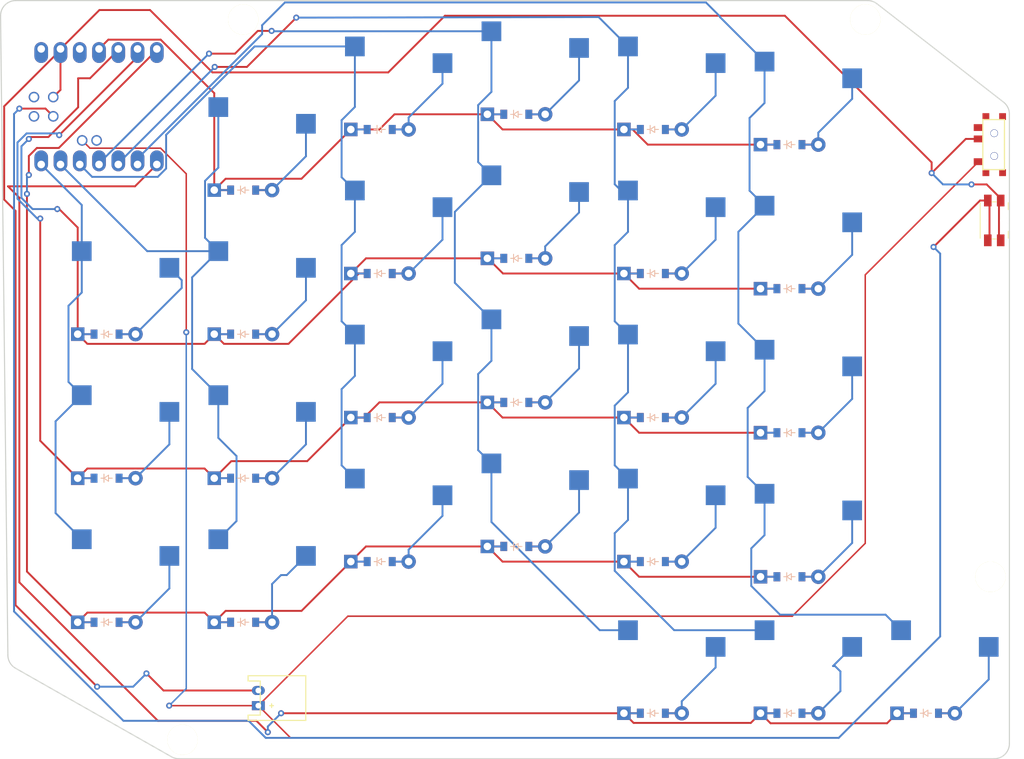
<source format=kicad_pcb>
(kicad_pcb (version 20240108) (generator "pcbnew") (generator_version "8.0")
  (title_block (title "left") (rev "v1.0.0") (company "Unknown"))
  (layers (0 "F.Cu" signal) (31 "B.Cu" signal) (34 "B.Paste" user) (35 "F.Paste" user) (36 "B.SilkS" user "B.Silkscreen") (37 "F.SilkS" user "F.Silkscreen") (38 "B.Mask" user) (39 "F.Mask" user) (44 "Edge.Cuts" user))
  (net 0 "")
  (net 1 "P0")
  (net 2 "outer_bottom")
  (net 3 "outer_middle")
  (net 4 "outer_top")
  (net 5 "P1")
  (net 6 "pinky_bottom")
  (net 7 "pinky_middle")
  (net 8 "pinky_top")
  (net 9 "pinky_num")
  (net 10 "P2")
  (net 11 "ring_bottom")
  (net 12 "ring_middle")
  (net 13 "ring_top")
  (net 14 "ring_num")
  (net 15 "P3")
  (net 16 "middle_bottom")
  (net 17 "middle_middle")
  (net 18 "middle_top")
  (net 19 "middle_num")
  (net 20 "P4")
  (net 21 "index_bottom")
  (net 22 "index_middle")
  (net 23 "index_top")
  (net 24 "index_num")
  (net 25 "P5")
  (net 26 "inner_bottom")
  (net 27 "inner_middle")
  (net 28 "inner_top")
  (net 29 "inner_num")
  (net 30 "inner_cluster")
  (net 31 "middle_cluster")
  (net 32 "outer_cluster")
  (net 33 "P7")
  (net 34 "P8")
  (net 35 "P9")
  (net 36 "P10")
  (net 37 "P6")
  (net 38 "VCC5")
  (net 39 "GND")
  (net 40 "VCC3")
  (net 41 "RST")
  (net 42 "BAT+")
  (net 43 "BAT-")
  (net 44 "CLK")
  (net 45 "DIO")
  (footprint "E73:SPDT_C128955" (layer "F.Cu") (at 217 92 -90)
    (property "Reference" "T1" (hide yes))
    (property "Value" "" (hide yes))
  )
  (footprint "PG1350" (layer "F.Cu") (at 154 102)
    (property "Reference" "S14" (hide yes))
    (property "Value" "" (hide yes))
  )
  (footprint "PG1350" (layer "F.Cu") (at 190 106)
    (property "Reference" "S22" (hide yes))
    (property "Value" "" (hide yes))
  )
  (footprint "PG1350" (layer "F.Cu") (at 190 87)
    (property "Reference" "S23" (hide yes))
    (property "Value" "" (hide yes))
  )
  (footprint "PG1350" (layer "F.Cu") (at 136 85)
    (property "Reference" "S11" (hide yes))
    (property "Value" "" (hide yes))
  )
  (footprint "PG1350" (layer "F.Cu") (at 154 83)
    (property "Reference" "S15" (hide yes))
    (property "Value" "" (hide yes))
  )
  (footprint "ComboDiode" (layer "F.Cu") (at 100 117)
    (property "Reference" "D3" (hide yes))
    (property "Value" "" (hide yes))
  )
  (footprint "PG1350" (layer "F.Cu") (at 136 104)
    (property "Reference" "S10" (hide yes))
    (property "Value" "" (hide yes))
  )
  (footprint "PG1350" (layer "F.Cu") (at 190 125)
    (property "Reference" "S21" (hide yes))
    (property "Value" "" (hide yes))
  )
  (footprint "ComboDiode" (layer "F.Cu") (at 100 136)
    (property "Reference" "D2" (hide yes))
    (property "Value" "" (hide yes))
  )
  (footprint "ComboDiode" (layer "F.Cu") (at 118 117)
    (property "Reference" "D6" (hide yes))
    (property "Value" "" (hide yes))
  )
  (footprint "PG1350" (layer "F.Cu") (at 100 131)
    (property "Reference" "S2" (hide yes))
    (property "Value" "" (hide yes))
  )
  (footprint "ComboDiode" (layer "F.Cu") (at 136 147)
    (property "Reference" "D8" (hide yes))
    (property "Value" "" (hide yes))
  )
  (footprint "HOLE_M2_TH" (layer "F.Cu") (at 216.5 149)
    (property "Reference" "")
    (property "Value" "")
  )
  (footprint "Panasonic_EVQPUL_EVQPUC" (layer "F.Cu") (at 217 102 -90)
    (property "Reference" "B1" (hide yes))
    (property "Value" "Panasonic_EVQPUL_EVQPUC" (hide yes))
  )
  (footprint "ComboDiode" (layer "F.Cu") (at 172 167)
    (property "Reference" "D24" (hide yes))
    (property "Value" "" (hide yes))
  )
  (footprint "ComboDiode" (layer "F.Cu") (at 208 167)
    (property "Reference" "D26" (hide yes))
    (property "Value" "" (hide yes))
  )
  (footprint "PG1350" (layer "F.Cu") (at 172 142)
    (property "Reference" "S16" (hide yes))
    (property "Value" "" (hide yes))
  )
  (footprint "HOLE_M2_TH" (layer "F.Cu") (at 200 75.5)
    (property "Reference" "")
    (property "Value" "")
  )
  (footprint "PG1350" (layer "F.Cu") (at 172 104)
    (property "Reference" "S18" (hide yes))
    (property "Value" "" (hide yes))
  )
  (footprint "ComboDiode" (layer "F.Cu") (at 154 126)
    (property "Reference" "D13" (hide yes))
    (property "Value" "" (hide yes))
  )
  (footprint "PG1350" (layer "F.Cu") (at 100 112)
    (property "Reference" "S3" (hide yes))
    (property "Value" "" (hide yes))
  )
  (footprint "PG1350" (layer "F.Cu") (at 190 162)
    (property "Reference" "S25" (hide yes))
    (property "Value" "" (hide yes))
  )
  (footprint "xiao-ble" (layer "F.Cu") (at 99 87 90)
    (property "Reference" "MCU1" (hide yes))
    (property "Value" "" (hide yes))
  )
  (footprint "ComboDiode" (layer "F.Cu") (at 172 109)
    (property "Reference" "D18" (hide yes))
    (property "Value" "" (hide yes))
  )
  (footprint "ComboDiode" (layer "F.Cu") (at 190 111)
    (property "Reference" "D22" (hide yes))
    (property "Value" "" (hide yes))
  )
  (footprint "PG1350" (layer "F.Cu") (at 136 123)
    (property "Reference" "S9" (hide yes))
    (property "Value" "" (hide yes))
  )
  (footprint "ComboDiode" (layer "F.Cu") (at 172 128)
    (property "Reference" "D17" (hide yes))
    (property "Value" "" (hide yes))
  )
  (footprint "ComboDiode" (layer "F.Cu") (at 190 92)
    (property "Reference" "D23" (hide yes))
    (property "Value" "" (hide yes))
  )
  (footprint "PG1350" (layer "F.Cu") (at 190 144)
    (property "Reference" "S20" (hide yes))
    (property "Value" "" (hide yes))
  )
  (footprint "ComboDiode" (layer "F.Cu") (at 190 130)
    (property "Reference" "D21" (hide yes))
    (property "Value" "" (hide yes))
  )
  (footprint "ComboDiode" (layer "F.Cu") (at 118 98)
    (property "Reference" "D7" (hide yes))
    (property "Value" "" (hide yes))
  )
  (footprint "PG1350" (layer "F.Cu") (at 208 162)
    (property "Reference" "S26" (hide yes))
    (property "Value" "" (hide yes))
  )
  (footprint "ComboDiode" (layer "F.Cu") (at 136 109)
    (property "Reference" "D10" (hide yes))
    (property "Value" "" (hide yes))
  )
  (footprint "PG1350" (layer "F.Cu") (at 172 162)
    (property "Reference" "S24" (hide yes))
    (property "Value" "" (hide yes))
  )
  (footprint "PG1350" (layer "F.Cu") (at 154 121)
    (property "Reference" "S13" (hide yes))
    (property "Value" "" (hide yes))
  )
  (footprint "ComboDiode" (layer "F.Cu") (at 118 136)
    (property "Reference" "D5" (hide yes))
    (property "Value" "" (hide yes))
  )
  (footprint "ComboDiode" (layer "F.Cu") (at 154 88)
    (property "Reference" "D15" (hide yes))
    (property "Value" "" (hide yes))
  )
  (footprint "PG1350" (layer "F.Cu") (at 118 112)
    (property "Reference" "S6" (hide yes))
    (property "Value" "" (hide yes))
  )
  (footprint "ComboDiode" (layer "F.Cu") (at 172 90)
    (property "Reference" "D19" (hide yes))
    (property "Value" "" (hide yes))
  )
  (footprint "HOLE_M2_TH" (layer "F.Cu") (at 110 170.5)
    (property "Reference" "")
    (property "Value" "")
  )
  (footprint "PG1350" (layer "F.Cu") (at 154 140)
    (property "Reference" "S12" (hide yes))
    (property "Value" "" (hide yes))
  )
  (footprint "PG1350" (layer "F.Cu") (at 100 150)
    (property "Reference" "S1" (hide yes))
    (property "Value" "" (hide yes))
  )
  (footprint "PG1350" (layer "F.Cu") (at 118 150)
    (property "Reference" "S4" (hide yes))
    (property "Value" "" (hide yes))
  )
  (footprint "ComboDiode" (layer "F.Cu") (at 154 145)
    (property "Reference" "D12" (hide yes))
    (property "Value" "" (hide yes))
  )
  (footprint "JST_PH_S2B-PH-K_02x2.00mm_Angled" (layer "F.Cu") (at 120 165 90)
    (property "Reference" "JST1" (hide yes))
    (property "Value" "" (hide yes))
  )
  (footprint "ComboDiode" (layer "F.Cu") (at 136 128)
    (property "Reference" "D9" (hide yes))
    (property "Value" "" (hide yes))
  )
  (footprint "ComboDiode" (layer "F.Cu") (at 172 147)
    (property "Reference" "D16" (hide yes))
    (property "Value" "" (hide yes))
  )
  (footprint "PG1350" (layer "F.Cu") (at 118 131)
    (property "Reference" "S5" (hide yes))
    (property "Value" "" (hide yes))
  )
  (footprint "ComboDiode" (layer "F.Cu") (at 154 107)
    (property "Reference" "D14" (hide yes))
    (property "Value" "" (hide yes))
  )
  (footprint "PG1350" (layer "F.Cu") (at 172 85)
    (property "Reference" "S19" (hide yes))
    (property "Value" "" (hide yes))
  )
  (footprint "ComboDiode" (layer "F.Cu") (at 190 167)
    (property "Reference" "D25" (hide yes))
    (property "Value" "" (hide yes))
  )
  (footprint "PG1350" (layer "F.Cu") (at 136 142)
    (property "Reference" "S8" (hide yes))
    (property "Value" "" (hide yes))
  )
  (footprint "ComboDiode" (layer "F.Cu") (at 118 155)
    (property "Reference" "D4" (hide yes))
    (property "Value" "" (hide yes))
  )
  (footprint "ComboDiode" (layer "F.Cu") (at 100 155)
    (property "Reference" "D1" (hide yes))
    (property "Value" "" (hide yes))
  )
  (footprint "HOLE_M2_TH" (layer "F.Cu") (at 118 75.5)
    (property "Reference" "")
    (property "Value" "")
  )
  (footprint "ComboDiode" (layer "F.Cu") (at 190 149)
    (property "Reference" "D20" (hide yes))
    (property "Value" "" (hide yes))
  )
  (footprint "ComboDiode" (layer "F.Cu") (at 136 90)
    (property "Reference" "D11" (hide yes))
    (property "Value" "" (hide yes))
  )
  (footprint "PG1350" (layer "F.Cu") (at 118 93)
    (property "Reference" "S7" (hide yes))
    (property "Value" "" (hide yes))
  )
  (footprint "PG1350" (layer "F.Cu") (at 172 123)
    (property "Reference" "S17" (hide yes))
    (property "Value" "" (hide yes))
  )
  (gr_line (start 86.986873 159.351399) (end 86.023118 75.022856) (stroke (width 0.15)) (layer "Edge.Cuts"))
  (gr_line (start 219 87.978168) (end 219 171) (stroke (width 0.15)) (layer "Edge.Cuts"))
  (gr_arc (start 218.227881 86.399464) (mid 218.79663 87.099465) (end 219 87.978168) (stroke (width 0.15)) (layer "Edge.Cuts"))
  (gr_line (start 108.540487 172.738913) (end 87.998724 161.067457) (stroke (width 0.15)) (layer "Edge.Cuts"))
  (gr_arc (start 86.023119 75.022856) (mid 86.600717 73.593891) (end 88.022988 73) (stroke (width 0.15)) (layer "Edge.Cuts"))
  (gr_arc (start 219 171) (mid 218.414214 172.414214) (end 217 173) (stroke (width 0.15)) (layer "Edge.Cuts"))
  (gr_line (start 201.541666 73.421296) (end 218.227881 86.399463) (stroke (width 0.15)) (layer "Edge.Cuts"))
  (gr_arc (start 200.313785 73) (mid 200.962858 73.108254) (end 201.541666 73.421296) (stroke (width 0.15)) (layer "Edge.Cuts"))
  (gr_line (start 217 173) (end 109.528506 173) (stroke (width 0.15)) (layer "Edge.Cuts"))
  (gr_line (start 88.022988 73) (end 200.313785 73) (stroke (width 0.15)) (layer "Edge.Cuts"))
  (gr_arc (start 109.528506 173) (mid 109.017539 172.933627) (end 108.540487 172.738913) (stroke (width 0.15)) (layer "Edge.Cuts"))
  (gr_arc (start 87.998723 161.067457) (mid 87.26393 160.344377) (end 86.986873 159.351399) (stroke (width 0.15)) (layer "Edge.Cuts"))
  (segment (start 96.725 106.05) (end 96.725 111.508684) (width 0.25) (layer "B.Cu") (net 1))
  (segment (start 96.725 111.508684) (end 94.976 113.257684) (width 0.25) (layer "B.Cu") (net 1))
  (segment (start 93.2741 140.5991) (end 96.725 144.05) (width 0.25) (layer "B.Cu") (net 1))
  (segment (start 96.725 106.05) (end 96.725 99.965) (width 0.25) (layer "B.Cu") (net 1))
  (segment (start 94.976 123.301) (end 96.725 125.05) (width 0.25) (layer "B.Cu") (net 1))
  (segment (start 94.976 113.257684) (end 94.976 123.301) (width 0.25) (layer "B.Cu") (net 1))
  (segment (start 93.2741 128.5009) (end 93.2741 140.5991) (width 0.25) (layer "B.Cu") (net 1))
  (segment (start 96.725 125.05) (end 93.2741 128.5009) (width 0.25) (layer "B.Cu") (net 1))
  (segment (start 96.725 99.965) (end 91.38 94.62) (width 0.25) (layer "B.Cu") (net 1))
  (segment (start 101.65 155) (end 103.81 155) (width 0.25) (layer "F.Cu") (net 2))
  (segment (start 101.65 155) (end 103.81 155) (width 0.25) (layer "B.Cu") (net 2))
  (segment (start 108.275 150.535) (end 103.81 155) (width 0.25) (layer "B.Cu") (net 2))
  (segment (start 108.275 146.25) (end 108.275 150.535) (width 0.25) (layer "B.Cu") (net 2))
  (segment (start 101.65 136) (end 103.81 136) (width 0.25) (layer "F.Cu") (net 3))
  (segment (start 108.275 131.535) (end 103.81 136) (width 0.25) (layer "B.Cu") (net 3))
  (segment (start 101.65 136) (end 103.81 136) (width 0.25) (layer "B.Cu") (net 3))
  (segment (start 108.275 127.25) (end 108.275 131.535) (width 0.25) (layer "B.Cu") (net 3))
  (segment (start 101.65 117) (end 103.81 117) (width 0.25) (layer "F.Cu") (net 4))
  (segment (start 109.9 109.875) (end 109.9 110.91) (width 0.25) (layer "B.Cu") (net 4))
  (segment (start 108.275 108.25) (end 109.9 109.875) (width 0.25) (layer "B.Cu") (net 4))
  (segment (start 109.9 110.91) (end 103.81 117) (width 0.25) (layer "B.Cu") (net 4))
  (segment (start 101.65 117) (end 103.81 117) (width 0.25) (layer "B.Cu") (net 4))
  (segment (start 114.725 125.05) (end 111.2741 121.5991) (width 0.25) (layer "B.Cu") (net 5))
  (segment (start 117.125 141.65) (end 117.125 133.079999) (width 0.25) (layer "B.Cu") (net 5))
  (segment (start 112.976 96.786) (end 112.976 104.301) (width 0.25) (layer "B.Cu") (net 5))
  (segment (start 114.725 87.05) (end 114.725 95.037) (width 0.25) (layer "B.Cu") (net 5))
  (segment (start 111.2741 109.5009) (end 114.725 106.05) (width 0.25) (layer "B.Cu") (net 5))
  (segment (start 114.725 144.05) (end 117.125 141.65) (width 0.25) (layer "B.Cu") (net 5))
  (segment (start 117.125 133.079999) (end 114.725 130.679999) (width 0.25) (layer "B.Cu") (net 5))
  (segment (start 93.92 94.62) (end 105.35 106.05) (width 0.25) (layer "B.Cu") (net 5))
  (segment (start 111.2741 121.5991) (end 111.2741 109.5009) (width 0.25) (layer "B.Cu") (net 5))
  (segment (start 114.725 95.037) (end 112.976 96.786) (width 0.25) (layer "B.Cu") (net 5))
  (segment (start 114.725 130.679999) (end 114.725 125.05) (width 0.25) (layer "B.Cu") (net 5))
  (segment (start 105.35 106.05) (end 114.725 106.05) (width 0.25) (layer "B.Cu") (net 5))
  (segment (start 112.976 104.301) (end 114.725 106.05) (width 0.25) (layer "B.Cu") (net 5))
  (segment (start 119.65 155) (end 121.81 155) (width 0.25) (layer "F.Cu") (net 6))
  (segment (start 121.81 149.956316) (end 121.81 155) (width 0.25) (layer "B.Cu") (net 6))
  (segment (start 119.65 155) (end 121.81 155) (width 0.25) (layer "B.Cu") (net 6))
  (segment (start 122.992216 148.7741) (end 121.81 149.956316) (width 0.25) (layer "B.Cu") (net 6))
  (segment (start 126.275 146.25) (end 123.7509 148.7741) (width 0.25) (layer "B.Cu") (net 6))
  (segment (start 123.7509 148.7741) (end 122.992216 148.7741) (width 0.25) (layer "B.Cu") (net 6))
  (segment (start 119.65 136) (end 121.81 136) (width 0.25) (layer "F.Cu") (net 7))
  (segment (start 126.275 127.25) (end 126.275 131.535) (width 0.25) (layer "B.Cu") (net 7))
  (segment (start 126.275 131.535) (end 121.81 136) (width 0.25) (layer "B.Cu") (net 7))
  (segment (start 119.65 136) (end 121.81 136) (width 0.25) (layer "B.Cu") (net 7))
  (segment (start 119.65 117) (end 121.81 117) (width 0.25) (layer "F.Cu") (net 8))
  (segment (start 119.65 117) (end 121.81 117) (width 0.25) (layer "B.Cu") (net 8))
  (segment (start 126.275 112.535) (end 121.81 117) (width 0.25) (layer "B.Cu") (net 8))
  (segment (start 126.275 108.25) (end 126.275 112.535) (width 0.25) (layer "B.Cu") (net 8))
  (segment (start 119.65 98) (end 121.81 98) (width 0.25) (layer "F.Cu") (net 9))
  (segment (start 126.275 93.535) (end 121.81 98) (width 0.25) (layer "B.Cu") (net 9))
  (segment (start 126.275 89.25) (end 126.275 93.535) (width 0.25) (layer "B.Cu") (net 9))
  (segment (start 119.65 98) (end 121.81 98) (width 0.25) (layer "B.Cu") (net 9))
  (segment (start 132.725 122.508684) (end 130.976 124.257684) (width 0.25) (layer "B.Cu") (net 10))
  (segment (start 132.725 117.05) (end 132.725 122.508684) (width 0.25) (layer "B.Cu") (net 10))
  (segment (start 130.976 134.301) (end 132.725 136.05) (width 0.25) (layer "B.Cu") (net 10))
  (segment (start 107.845 90.712588) (end 107.845 95.155) (width 0.25) (layer "B.Cu") (net 10))
  (segment (start 132.725 87.037) (end 130.976 88.786) (width 0.25) (layer "B.Cu") (net 10))
  (segment (start 132.725 103.508684) (end 130.976 105.257684) (width 0.25) (layer "B.Cu") (net 10))
  (segment (start 130.976 105.257684) (end 130.976 115.301) (width 0.25) (layer "B.Cu") (net 10))
  (segment (start 130.976 96.301) (end 132.725 98.05) (width 0.25) (layer "B.Cu") (net 10))
  (segment (start 130.976 124.257684) (end 130.976 134.301) (width 0.25) (layer "B.Cu") (net 10))
  (segment (start 107.845 95.155) (end 106.75 96.25) (width 0.25) (layer "B.Cu") (net 10))
  (segment (start 132.725 79.05) (end 132.725 87.037) (width 0.25) (layer "B.Cu") (net 10))
  (segment (start 132.725 79.05) (end 119.507588 79.05) (width 0.25) (layer "B.Cu") (net 10))
  (segment (start 119.507588 79.05) (end 107.845 90.712588) (width 0.25) (layer "B.Cu") (net 10))
  (segment (start 132.725 98.05) (end 132.725 103.508684) (width 0.25) (layer "B.Cu") (net 10))
  (segment (start 130.976 88.786) (end 130.976 96.301) (width 0.25) (layer "B.Cu") (net 10))
  (segment (start 106.75 96.25) (end 98.09 96.25) (width 0.25) (layer "B.Cu") (net 10))
  (segment (start 98.09 96.25) (end 96.46 94.62) (width 0.25) (layer "B.Cu") (net 10))
  (segment (start 130.976 115.301) (end 132.725 117.05) (width 0.25) (layer "B.Cu") (net 10))
  (segment (start 137.65 147) (end 139.81 147) (width 0.25) (layer "F.Cu") (net 11))
  (segment (start 144.275 140.958684) (end 139.81 145.423684) (width 0.25) (layer "B.Cu") (net 11))
  (segment (start 139.81 145.423684) (end 139.81 147) (width 0.25) (layer "B.Cu") (net 11))
  (segment (start 144.275 138.25) (end 144.275 140.958684) (width 0.25) (layer "B.Cu") (net 11))
  (segment (start 137.65 147) (end 139.81 147) (width 0.25) (layer "B.Cu") (net 11))
  (segment (start 137.65 128) (end 139.81 128) (width 0.25) (layer "F.Cu") (net 12))
  (segment (start 144.275 123.535) (end 139.81 128) (width 0.25) (layer "B.Cu") (net 12))
  (segment (start 144.275 119.25) (end 144.275 123.535) (width 0.25) (layer "B.Cu") (net 12))
  (segment (start 139.81 128) (end 137.65 128) (width 0.25) (layer "B.Cu") (net 12))
  (segment (start 137.65 109) (end 139.81 109) (width 0.25) (layer "F.Cu") (net 13))
  (segment (start 137.65 109) (end 139.81 109) (width 0.25) (layer "B.Cu") (net 13))
  (segment (start 144.275 100.25) (end 144.275 104.535) (width 0.25) (layer "B.Cu") (net 13))
  (segment (start 144.275 104.535) (end 139.81 109) (width 0.25) (layer "B.Cu") (net 13))
  (segment (start 137.65 90) (end 139.81 90) (width 0.25) (layer "F.Cu") (net 14))
  (segment (start 144.275 81.25) (end 144.275 83.958684) (width 0.25) (layer "B.Cu") (net 14))
  (segment (start 144.275 83.958684) (end 139.81 88.423684) (width 0.25) (layer "B.Cu") (net 14))
  (segment (start 137.65 90) (end 139.81 90) (width 0.25) (layer "B.Cu") (net 14))
  (segment (start 139.81 88.423684) (end 139.81 90) (width 0.25) (layer "B.Cu") (net 14))
  (segment (start 116.929468 80) (end 119.929468 77) (width 0.25) (layer "F.Cu") (net 15))
  (segment (start 113.5 80) (end 116.929468 80) (width 0.25) (layer "F.Cu") (net 15))
  (segment (start 119.929468 77) (end 121.75 77) (width 0.25) (layer "F.Cu") (net 15))
  (via (at 113.5 80) (size 0.8) (drill 0.4) (layers "F.Cu" "B.Cu") (net 15))
  (via (at 121.75 77) (size 0.8) (drill 0.4) (layers "F.Cu" "B.Cu") (net 15))
  (segment (start 148.976 132.301) (end 150.725 134.05) (width 0.25) (layer "B.Cu") (net 15))
  (segment (start 150.725 77.05) (end 121.8 77.05) (width 0.25) (layer "B.Cu") (net 15))
  (segment (start 168.725 156.05) (end 165 156.05) (width 0.25) (layer "B.Cu") (net 15))
  (segment (start 150.725 120.508684) (end 148.976 122.257684) (width 0.25) (layer "B.Cu") (net 15))
  (segment (start 99 94.477588) (end 113.477588 80) (width 0.25) (layer "B.Cu") (net 15))
  (segment (start 150.725 141.775) (end 150.725 134.05) (width 0.25) (layer "B.Cu") (net 15))
  (segment (start 145.9 100.875) (end 145.9 110.225) (width 0.25) (layer "B.Cu") (net 15))
  (segment (start 150.725 85.037) (end 148.976 86.786) (width 0.25) (layer "B.Cu") (net 15))
  (segment (start 165 156.05) (end 150.725 141.775) (width 0.25) (layer "B.Cu") (net 15))
  (segment (start 99 94.62) (end 99 94.477588) (width 0.25) (layer "B.Cu") (net 15))
  (segment (start 150.725 115.05) (end 150.725 120.508684) (width 0.25) (layer "B.Cu") (net 15))
  (segment (start 113.477588 80) (end 113.5 80) (width 0.25) (layer "B.Cu") (net 15))
  (segment (start 150.725 77.05) (end 150.725 85.037) (width 0.25) (layer "B.Cu") (net 15))
  (segment (start 148.976 94.301) (end 150.725 96.05) (width 0.25) (layer "B.Cu") (net 15))
  (segment (start 145.9 110.225) (end 150.725 115.05) (width 0.25) (layer "B.Cu") (net 15))
  (segment (start 148.976 122.257684) (end 148.976 132.301) (width 0.25) (layer "B.Cu") (net 15))
  (segment (start 148.976 86.786) (end 148.976 94.301) (width 0.25) (layer "B.Cu") (net 15))
  (segment (start 121.8 77.05) (end 121.75 77) (width 0.25) (layer "B.Cu") (net 15))
  (segment (start 150.725 96.05) (end 145.9 100.875) (width 0.25) (layer "B.Cu") (net 15))
  (segment (start 155.65 145) (end 157.81 145) (width 0.25) (layer "F.Cu") (net 16))
  (segment (start 155.65 145) (end 157.81 145) (width 0.25) (layer "B.Cu") (net 16))
  (segment (start 162.275 136.25) (end 162.275 140.535) (width 0.25) (layer "B.Cu") (net 16))
  (segment (start 162.275 140.535) (end 157.81 145) (width 0.25) (layer "B.Cu") (net 16))
  (segment (start 155.65 126) (end 157.81 126) (width 0.25) (layer "F.Cu") (net 17))
  (segment (start 162.275 121.535) (end 157.81 126) (width 0.25) (layer "B.Cu") (net 17))
  (segment (start 162.275 117.25) (end 162.275 121.535) (width 0.25) (layer "B.Cu") (net 17))
  (segment (start 155.65 126) (end 157.81 126) (width 0.25) (layer "B.Cu") (net 17))
  (segment (start 155.65 107) (end 157.81 107) (width 0.25) (layer "F.Cu") (net 18))
  (segment (start 157.81 105.423684) (end 157.81 107) (width 0.25) (layer "B.Cu") (net 18))
  (segment (start 162.275 98.25) (end 162.275 100.958684) (width 0.25) (layer "B.Cu") (net 18))
  (segment (start 162.275 100.958684) (end 157.81 105.423684) (width 0.25) (layer "B.Cu") (net 18))
  (segment (start 155.65 107) (end 157.81 107) (width 0.25) (layer "B.Cu") (net 18))
  (segment (start 157.81 88) (end 155.65 88) (width 0.25) (layer "F.Cu") (net 19))
  (segment (start 162.275 83.535) (end 157.81 88) (width 0.25) (layer "B.Cu") (net 19))
  (segment (start 162.275 79.25) (end 162.275 83.535) (width 0.25) (layer "B.Cu") (net 19))
  (segment (start 155.65 88) (end 157.81 88) (width 0.25) (layer "B.Cu") (net 19))
  (segment (start 118.5 81.75) (end 125 75.25) (width 0.25) (layer "F.Cu") (net 20))
  (segment (start 114.25 81.75) (end 118.5 81.75) (width 0.25) (layer "F.Cu") (net 20))
  (via (at 114.25 81.75) (size 0.8) (drill 0.4) (layers "F.Cu" "B.Cu") (net 20))
  (via (at 125 75.25) (size 0.8) (drill 0.4) (layers "F.Cu" "B.Cu") (net 20))
  (segment (start 168.725 98.05) (end 168.725 103.508684) (width 0.25) (layer "B.Cu") (net 20))
  (segment (start 101.54 94.477588) (end 114.25 81.767588) (width 0.25) (layer "B.Cu") (net 20))
  (segment (start 168.725 84.508684) (end 166.976 86.257684) (width 0.25) (layer "B.Cu") (net 20))
  (segment (start 166.976 126.424) (end 166.976 134.301) (width 0.25) (layer "B.Cu") (net 20))
  (segment (start 186.725 156.05) (end 174.812 156.05) (width 0.25) (layer "B.Cu") (net 20))
  (segment (start 114.25 81.767588) (end 114.25 81.75) (width 0.25) (layer "B.Cu") (net 20))
  (segment (start 125 75.25) (end 125.075 75.175) (width 0.25) (layer "B.Cu") (net 20))
  (segment (start 166.976 143.257684) (end 168.725 141.508684) (width 0.25) (layer "B.Cu") (net 20))
  (segment (start 166.976 148.214) (end 166.976 143.257684) (width 0.25) (layer "B.Cu") (net 20))
  (segment (start 168.725 79.05) (end 168.725 84.508684) (width 0.25) (layer "B.Cu") (net 20))
  (segment (start 174.812 156.05) (end 166.976 148.214) (width 0.25) (layer "B.Cu") (net 20))
  (segment (start 168.725 79.05) (end 164.85 75.175) (width 0.25) (layer "B.Cu") (net 20))
  (segment (start 164.85 75.175) (end 125 75.25) (width 0.25) (layer "B.Cu") (net 20))
  (segment (start 114.267588 81.75) (end 114.258794 81.758794) (width 0.25) (layer "B.Cu") (net 20))
  (segment (start 166.976 115.301) (end 168.725 117.05) (width 0.25) (layer "B.Cu") (net 20))
  (segment (start 114.25 81.75) (end 114.267588 81.75) (width 0.25) (layer "B.Cu") (net 20))
  (segment (start 166.976 134.301) (end 168.725 136.05) (width 0.25) (layer "B.Cu") (net 20))
  (segment (start 166.976 97.226) (end 168.725 98.975) (width 0.25) (layer "B.Cu") (net 20))
  (segment (start 166.976 86.257684) (end 166.976 97.226) (width 0.25) (layer "B.Cu") (net 20))
  (segment (start 168.725 103.508684) (end 166.976 105.257684) (width 0.25) (layer "B.Cu") (net 20))
  (segment (start 168.725 117.05) (end 168.725 124.675) (width 0.25) (layer "B.Cu") (net 20))
  (segment (start 168.725 124.675) (end 166.976 126.424) (width 0.25) (layer "B.Cu") (net 20))
  (segment (start 166.976 105.257684) (end 166.976 115.301) (width 0.25) (layer "B.Cu") (net 20))
  (segment (start 168.725 141.508684) (end 168.725 136.05) (width 0.25) (layer "B.Cu") (net 20))
  (segment (start 101.54 94.62) (end 101.54 94.477588) (width 0.25) (layer "B.Cu") (net 20))
  (segment (start 173.65 147) (end 175.81 147) (width 0.25) (layer "F.Cu") (net 21))
  (segment (start 180.275 138.25) (end 180.275 142.535) (width 0.25) (layer "B.Cu") (net 21))
  (segment (start 180.275 142.535) (end 175.81 147) (width 0.25) (layer "B.Cu") (net 21))
  (segment (start 175.81 147) (end 173.65 147) (width 0.25) (layer "B.Cu") (net 21))
  (segment (start 173.65 128) (end 175.81 128) (width 0.25) (layer "F.Cu") (net 22))
  (segment (start 180.275 119.25) (end 180.275 123.535) (width 0.25) (layer "B.Cu") (net 22))
  (segment (start 180.275 123.535) (end 175.81 128) (width 0.25) (layer "B.Cu") (net 22))
  (segment (start 175.81 128) (end 173.65 128) (width 0.25) (layer "B.Cu") (net 22))
  (segment (start 173.65 109) (end 175.81 109) (width 0.25) (layer "F.Cu") (net 23))
  (segment (start 180.275 104.535) (end 175.81 109) (width 0.25) (layer "B.Cu") (net 23))
  (segment (start 180.275 100.25) (end 180.275 104.535) (width 0.25) (layer "B.Cu") (net 23))
  (segment (start 175.81 109) (end 173.65 109) (width 0.25) (layer "B.Cu") (net 23))
  (segment (start 175.81 90) (end 173.65 90) (width 0.25) (layer "F.Cu") (net 24))
  (segment (start 180.275 85.535) (end 175.81 90) (width 0.25) (layer "B.Cu") (net 24))
  (segment (start 180.275 81.25) (end 180.275 85.535) (width 0.25) (layer "B.Cu") (net 24))
  (segment (start 173.65 90) (end 175.81 90) (width 0.25) (layer "B.Cu") (net 24))
  (segment (start 184.976 145.257684) (end 184.976 150.214) (width 0.25) (layer "B.Cu") (net 25))
  (segment (start 184.75 98.075) (end 184.75 88.483684) (width 0.25) (layer "B.Cu") (net 25))
  (segment (start 202.675 154) (end 204.725 156.05) (width 0.25) (layer "B.Cu") (net 25))
  (segment (start 184.976 150.214) (end 188.762 154) (width 0.25) (layer "B.Cu") (net 25))
  (segment (start 120.5 77.421192) (end 120.5 76.25) (width 0.25) (layer "B.Cu") (net 25))
  (segment (start 180.85 75.175) (end 180.85 75.1) (width 0.25) (layer "B.Cu") (net 25))
  (segment (start 186.725 119.05) (end 183.2741 115.5991) (width 0.25) (layer "B.Cu") (net 25))
  (segment (start 186.725 81.05) (end 180.85 75.175) (width 0.25) (layer "B.Cu") (net 25))
  (segment (start 186.725 138.05) (end 186.725 143.508684) (width 0.25) (layer "B.Cu") (net 25))
  (segment (start 188.762 154) (end 202.675 154) (width 0.25) (layer "B.Cu") (net 25))
  (segment (start 186.725 138.05) (end 184.5 135.825) (width 0.25) (layer "B.Cu") (net 25))
  (segment (start 184.5 126.733684) (end 186.725 124.508684) (width 0.25) (layer "B.Cu") (net 25))
  (segment (start 104.08 94.62) (end 104.08 93.841192) (width 0.25) (layer "B.Cu") (net 25))
  (segment (start 104.08 93.841192) (end 120.5 77.421192) (width 0.25) (layer "B.Cu") (net 25))
  (segment (start 179 73.25) (end 123.5 73.25) (width 0.25) (layer "B.Cu") (net 25))
  (segment (start 183.2741 103.5009) (end 186.725 100.05) (width 0.25) (layer "B.Cu") (net 25))
  (segment (start 123.5 73.25) (end 120.5 76.25) (width 0.25) (layer "B.Cu") (net 25))
  (segment (start 183.2741 115.5991) (end 183.2741 103.5009) (width 0.25) (layer "B.Cu") (net 25))
  (segment (start 180.85 75.1) (end 179 73.25) (width 0.25) (layer "B.Cu") (net 25))
  (segment (start 184.5 135.825) (end 184.5 126.733684) (width 0.25) (layer "B.Cu") (net 25))
  (segment (start 184.75 88.483684) (end 186.725 86.508684) (width 0.25) (layer "B.Cu") (net 25))
  (segment (start 186.725 86.508684) (end 186.725 81.05) (width 0.25) (layer "B.Cu") (net 25))
  (segment (start 186.725 124.508684) (end 186.725 119.05) (width 0.25) (layer "B.Cu") (net 25))
  (segment (start 186.725 100.05) (end 184.75 98.075) (width 0.25) (layer "B.Cu") (net 25))
  (segment (start 186.725 143.508684) (end 184.976 145.257684) (width 0.25) (layer "B.Cu") (net 25))
  (segment (start 193.81 149) (end 191.65 149) (width 0.25) (layer "F.Cu") (net 26))
  (segment (start 193.81 149) (end 191.65 149) (width 0.25) (layer "B.Cu") (net 26))
  (segment (start 198.275 140.25) (end 198.275 144.535) (width 0.25) (layer "B.Cu") (net 26))
  (segment (start 198.275 144.535) (end 193.81 149) (width 0.25) (layer "B.Cu") (net 26))
  (segment (start 193.81 130) (end 191.65 130) (width 0.25) (layer "F.Cu") (net 27))
  (segment (start 198.275 121.25) (end 198.275 125.535) (width 0.25) (layer "B.Cu") (net 27))
  (segment (start 191.65 130) (end 193.81 130) (width 0.25) (layer "B.Cu") (net 27))
  (segment (start 198.275 125.535) (end 193.81 130) (width 0.25) (layer "B.Cu") (net 27))
  (segment (start 191.65 111) (end 193.81 111) (width 0.25) (layer "F.Cu") (net 28))
  (segment (start 191.65 111) (end 193.81 111) (width 0.25) (layer "B.Cu") (net 28))
  (segment (start 198.275 102.25) (end 198.275 106.535) (width 0.25) (layer "B.Cu") (net 28))
  (segment (start 198.275 106.535) (end 193.81 111) (width 0.25) (layer "B.Cu") (net 28))
  (segment (start 193.81 92) (end 191.65 92) (width 0.25) (layer "F.Cu") (net 29))
  (segment (start 191.65 92) (end 193.81 92) (width 0.25) (layer "B.Cu") (net 29))
  (segment (start 198.275 83.25) (end 198.275 85.958684) (width 0.25) (layer "B.Cu") (net 29))
  (segment (start 198.275 85.958684) (end 193.81 90.423684) (width 0.25) (layer "B.Cu") (net 29))
  (segment (start 193.81 90.423684) (end 193.81 92) (width 0.25) (layer "B.Cu") (net 29))
  (segment (start 173.65 167) (end 175.81 167) (width 0.25) (layer "F.Cu") (net 30))
  (segment (start 180.275 160.958684) (end 175.81 165.423684) (width 0.25) (layer "B.Cu") (net 30))
  (segment (start 180.275 158.25) (end 180.275 160.958684) (width 0.25) (layer "B.Cu") (net 30))
  (segment (start 175.81 165.423684) (end 175.81 167) (width 0.25) (layer "B.Cu") (net 30))
  (segment (start 173.65 167) (end 175.81 167) (width 0.25) (layer "B.Cu") (net 30))
  (segment (start 191.65 167) (end 193.81 167) (width 0.25) (layer "F.Cu") (net 31))
  (segment (start 198.275 158.25) (end 195.7509 160.7741) (width 0.25) (layer "B.Cu") (net 31))
  (segment (start 196.7259 161.492216) (end 196.7259 164.0841) (width 0.25) (layer "B.Cu") (net 31))
  (segment (start 196.007784 160.7741) (end 196.7259 161.492216) (width 0.25) (layer "B.Cu") (net 31))
  (segment (start 195.7509 160.7741) (end 196.007784 160.7741) (width 0.25) (layer "B.Cu") (net 31))
  (segment (start 191.65 167) (end 193.81 167) (width 0.25) (layer "B.Cu") (net 31))
  (segment (start 196.7259 164.0841) (end 193.81 167) (width 0.25) (layer "B.Cu") (net 31))
  (segment (start 209.65 167) (end 211.81 167) (width 0.25) (layer "F.Cu") (net 32))
  (segment (start 216.275 158.25) (end 216.275 162.535) (width 0.25) (layer "B.Cu") (net 32))
  (segment (start 216.275 162.535) (end 211.81 167) (width 0.25) (layer "B.Cu") (net 32))
  (segment (start 209.65 167) (end 211.81 167) (width 0.25) (layer "B.Cu") (net 32))
  (segment (start 89.75 93.5) (end 89.75 96) (width 0.25) (layer "F.Cu") (net 33))
  (segment (start 168.19 147) (end 170.35 147) (width 0.25) (layer "F.Cu") (net 33))
  (segment (start 97.4675 153.7225) (end 112.9125 153.7225) (width 0.25) (layer "F.Cu") (net 33))
  (segment (start 106.62 79.522412) (end 93.697412 92.445) (width 0.25) (layer "F.Cu") (net 33))
  (segment (start 106.62 79.38) (end 106.62 79.522412) (width 0.25) (layer "F.Cu") (net 33))
  (segment (start 132.19 147) (end 134.19 145) (width 0.25) (layer "F.Cu") (net 33))
  (segment (start 96.19 155) (end 97.4675 153.7225) (width 0.25) (layer "F.Cu") (net 33))
  (segment (start 150.19 145) (end 152.35 145) (width 0.25) (layer "F.Cu") (net 33))
  (segment (start 90.805 92.445) (end 89.75 93.5) (width 0.25) (layer "F.Cu") (net 33))
  (segment (start 132.19 147) (end 134.35 147) (width 0.25) (layer "F.Cu") (net 33))
  (segment (start 96.19 155) (end 89.5 148.31) (width 0.25) (layer "F.Cu") (net 33))
  (segment (start 170.19 149) (end 186.19 149) (width 0.25) (layer "F.Cu") (net 33))
  (segment (start 115.69 153.5) (end 125.69 153.5) (width 0.25) (layer "F.Cu") (net 33))
  (segment (start 112.9125 153.7225) (end 114.19 155) (width 0.25) (layer "F.Cu") (net 33))
  (segment (start 168.19 147) (end 170.19 149) (width 0.25) (layer "F.Cu") (net 33))
  (segment (start 134.19 145) (end 150.19 145) (width 0.25) (layer "F.Cu") (net 33))
  (segment (start 186.19 149) (end 188.35 149) (width 0.25) (layer "F.Cu") (net 33))
  (segment (start 89.5 148.31) (end 89.5 98.5) (width 0.25) (layer "F.Cu") (net 33))
  (segment (start 125.69 153.5) (end 132.19 147) (width 0.25) (layer "F.Cu") (net 33))
  (segment (start 114.19 155) (end 116.35 155) (width 0.25) (layer "F.Cu") (net 33))
  (segment (start 152.19 147) (end 168.19 147) (width 0.25) (layer "F.Cu") (net 33))
  (segment (start 150.19 145) (end 152.19 147) (width 0.25) (layer "F.Cu") (net 33))
  (segment (start 93.697412 92.445) (end 90.805 92.445) (width 0.25) (layer "F.Cu") (net 33))
  (segment (start 114.19 155) (end 115.69 153.5) (width 0.25) (layer "F.Cu") (net 33))
  (segment (start 96.19 155) (end 98.35 155) (width 0.25) (layer "F.Cu") (net 33))
  (via (at 89.75 96) (size 0.8) (drill 0.4) (layers "F.Cu" "B.Cu") (net 33))
  (via (at 89.5 98.5) (size 0.8) (drill 0.4) (layers "F.Cu" "B.Cu") (net 33))
  (segment (start 89.5 96.25) (end 89.5 98.5) (width 0.25) (layer "B.Cu") (net 33))
  (segment (start 168.19 147) (end 170.35 147) (width 0.25) (layer "B.Cu") (net 33))
  (segment (start 89.75 96) (end 89.5 96.25) (width 0.25) (layer "B.Cu") (net 33))
  (segment (start 98.35 155) (end 96.19 155) (width 0.25) (layer "B.Cu") (net 33))
  (segment (start 132.19 147) (end 134.35 147) (width 0.25) (layer "B.Cu") (net 33))
  (segment (start 186.19 149) (end 188.35 149) (width 0.25) (layer "B.Cu") (net 33))
  (segment (start 150.19 145) (end 152.35 145) (width 0.25) (layer "B.Cu") (net 33))
  (segment (start 114.19 155) (end 116.35 155) (width 0.25) (layer "B.Cu") (net 33))
  (segment (start 104.08 79.38) (end 104.08 80.42) (width 0.25) (layer "F.Cu") (net 34))
  (segment (start 114.19 136) (end 116.35 136) (width 0.25) (layer "F.Cu") (net 34))
  (segment (start 186.19 130) (end 188.35 130) (width 0.25) (layer "F.Cu") (net 34))
  (segment (start 104.08 80.42) (end 93.75 90.75) (width 0.25) (layer "F.Cu") (net 34))
  (segment (start 97.4675 134.7225) (end 112.9125 134.7225) (width 0.25) (layer "F.Cu") (net 34))
  (segment (start 96.19 136) (end 97.4675 134.7225) (width 0.25) (layer "F.Cu") (net 34))
  (segment (start 170.35 128) (end 168.19 128) (width 0.25) (layer "F.Cu") (net 34))
  (segment (start 133.954999 128) (end 135.954999 126) (width 0.25) (layer "F.Cu") (net 34))
  (segment (start 150.19 126) (end 152.19 128) (width 0.25) (layer "F.Cu") (net 34))
  (segment (start 91.25 101.75) (end 91.25 102) (width 0.25) (layer "F.Cu") (net 34))
  (segment (start 96.19 136) (end 98.35 136) (width 0.25) (layer "F.Cu") (net 34))
  (segment (start 91.25 131.06) (end 91.25 101.75) (width 0.25) (layer "F.Cu") (net 34))
  (segment (start 112.9125 134.7225) (end 114.19 136) (width 0.25) (layer "F.Cu") (net 34))
  (segment (start 114.19 136) (end 116.44 133.75) (width 0.25) (layer "F.Cu") (net 34))
  (segment (start 150.19 126) (end 152.35 126) (width 0.25) (layer "F.Cu") (net 34))
  (segment (start 132.19 128) (end 133.954999 128) (width 0.25) (layer "F.Cu") (net 34))
  (segment (start 135.954999 126) (end 150.19 126) (width 0.25) (layer "F.Cu") (net 34))
  (segment (start 132.19 128) (end 134.35 128) (width 0.25) (layer "F.Cu") (net 34))
  (segment (start 168.19 128) (end 170.19 130) (width 0.25) (layer "F.Cu") (net 34))
  (segment (start 126.44 133.75) (end 132.19 128) (width 0.25) (layer "F.Cu") (net 34))
  (segment (start 116.44 133.75) (end 126.44 133.75) (width 0.25) (layer "F.Cu") (net 34))
  (segment (start 170.19 130) (end 186.19 130) (width 0.25) (layer "F.Cu") (net 34))
  (segment (start 152.19 128) (end 168.19 128) (width 0.25) (layer "F.Cu") (net 34))
  (segment (start 96.19 136) (end 91.25 131.06) (width 0.25) (layer "F.Cu") (net 34))
  (via (at 93.75 90.75) (size 0.8) (drill 0.4) (layers "F.Cu" "B.Cu") (net 34))
  (via (at 91.25 101.75) (size 0.8) (drill 0.4) (layers "F.Cu" "B.Cu") (net 34))
  (segment (start 168.19 128) (end 170.35 128) (width 0.25) (layer "B.Cu") (net 34))
  (segment (start 93.525 90.525) (end 89.449695 90.525) (width 0.25) (layer "B.Cu") (net 34))
  (segment (start 96.19 136) (end 98.35 136) (width 0.25) (layer "B.Cu") (net 34))
  (segment (start 186.19 130) (end 188.35 130) (width 0.25) (layer "B.Cu") (net 34))
  (segment (start 88.25 91.724695) (end 88.25 99.136396) (width 0.25) (layer "B.Cu") (net 34))
  (segment (start 90.863604 101.75) (end 91.25 101.75) (width 0.25) (layer "B.Cu") (net 34))
  (segment (start 93.75 90.75) (end 93.525 90.525) (width 0.25) (layer "B.Cu") (net 34))
  (segment (start 150.19 126) (end 152.35 126) (width 0.25) (layer "B.Cu") (net 34))
  (segment (start 88.25 99.136396) (end 90.863604 101.75) (width 0.25) (layer "B.Cu") (net 34))
  (segment (start 132.19 128) (end 134.35 128) (width 0.25) (layer "B.Cu") (net 34))
  (segment (start 89.449695 90.525) (end 88.25 91.724695) (width 0.25) (layer "B.Cu") (net 34))
  (segment (start 114.19 136) (end 116.35 136) (width 0.25) (layer "B.Cu") (net 34))
  (segment (start 123.9725 118.2775) (end 115.4675 118.2775) (width 0.25) (layer "F.Cu") (net 35))
  (segment (start 101.54 79.38) (end 101.54 79.522412) (width 0.25) (layer "F.Cu") (net 35))
  (segment (start 96.19 102.94) (end 93.75 100.5) (width 0.25) (layer "F.Cu") (net 35))
  (segment (start 133.25 109) (end 123.9725 118.2775) (width 0.25) (layer "F.Cu") (net 35))
  (segment (start 168.19 109) (end 170.35 109) (width 0.25) (layer "F.Cu") (net 35))
  (segment (start 96.25 83.25) (end 96.25 87.071844) (width 0.25) (layer "F.Cu") (net 35))
  (segment (start 132.19 109) (end 133.25 109) (width 0.25) (layer "F.Cu") (net 35))
  (segment (start 114.19 117) (end 116.35 117) (width 0.25) (layer "F.Cu") (net 35))
  (segment (start 92.321844 91) (end 90 91) (width 0.25) (layer "F.Cu") (net 35))
  (segment (start 112.9125 118.2775) (end 114.19 117) (width 0.25) (layer "F.Cu") (net 35))
  (segment (start 90 91) (end 89.75 91.25) (width 0.25) (layer "F.Cu") (net 35))
  (segment (start 97.4675 118.2775) (end 112.9125 118.2775) (width 0.25) (layer "F.Cu") (net 35))
  (segment (start 96.19 117) (end 96.19 102.94) (width 0.25) (layer "F.Cu") (net 35))
  (segment (start 97.812412 83.25) (end 96.25 83.25) (width 0.25) (layer "F.Cu") (net 35))
  (segment (start 186.19 111) (end 188.35 111) (width 0.25) (layer "F.Cu") (net 35))
  (segment (start 170.19 111) (end 186.19 111) (width 0.25) (layer "F.Cu") (net 35))
  (segment (start 150.19 107) (end 152.35 107) (width 0.25) (layer "F.Cu") (net 35))
  (segment (start 133.25 109) (end 134.35 109) (width 0.25) (layer "F.Cu") (net 35))
  (segment (start 168.19 109) (end 170.19 111) (width 0.25) (layer "F.Cu") (net 35))
  (segment (start 96.19 117) (end 97.4675 118.2775) (width 0.25) (layer "F.Cu") (net 35))
  (segment (start 96.25 87.071844) (end 92.321844 91) (width 0.25) (layer "F.Cu") (net 35))
  (segment (start 101.54 79.522412) (end 97.812412 83.25) (width 0.25) (layer "F.Cu") (net 35))
  (segment (start 150.19 107) (end 150.25 107) (width 0.25) (layer "F.Cu") (net 35))
  (segment (start 150.25 107) (end 152.25 109) (width 0.25) (layer "F.Cu") (net 35))
  (segment (start 96.19 117) (end 98.35 117) (width 0.25) (layer "F.Cu") (net 35))
  (segment (start 134.19 107) (end 150.19 107) (width 0.25) (layer "F.Cu") (net 35))
  (segment (start 152.25 109) (end 168.19 109) (width 0.25) (layer "F.Cu") (net 35))
  (segment (start 115.4675 118.2775) (end 114.19 117) (width 0.25) (layer "F.Cu") (net 35))
  (segment (start 93.75 100.5) (end 93.5 100.5) (width 0.25) (layer "F.Cu") (net 35))
  (segment (start 132.19 109) (end 134.19 107) (width 0.25) (layer "F.Cu") (net 35))
  (segment (start 93.5 100.5) (end 93.5 100.25) (width 0.25) (layer "F.Cu") (net 35))
  (segment (start 93.5 100.25) (end 93.5 100.25) (width 0.25) (layer "F.Cu") (net 35))
  (via (at 89.75 91.25) (size 0.8) (drill 0.4) (layers "F.Cu" "B.Cu") (net 35))
  (via (at 93.5 100.5) (size 0.8) (drill 0.4) (layers "F.Cu" "B.Cu") (net 35))
  (segment (start 150.19 107) (end 152.35 107) (width 0.25) (layer "B.Cu") (net 35))
  (segment (start 132.19 109) (end 134.35 109) (width 0.25) (layer "B.Cu") (net 35))
  (segment (start 168.19 109) (end 170.35 109) (width 0.25) (layer "B.Cu") (net 35))
  (segment (start 96.19 117) (end 98.35 117) (width 0.25) (layer "B.Cu") (net 35))
  (segment (start 114.19 117) (end 116.35 117) (width 0.25) (layer "B.Cu") (net 35))
  (segment (start 90.25 100.5) (end 93.5 100.5) (width 0.25) (layer "B.Cu") (net 35))
  (segment (start 88.775 99.025) (end 90.25 100.5) (width 0.25) (layer "B.Cu") (net 35))
  (segment (start 88.775 92.225) (end 88.775 99.025) (width 0.25) (layer "B.Cu") (net 35))
  (segment (start 186.19 111) (end 188.35 111) (width 0.25) (layer "B.Cu") (net 35))
  (segment (start 89.75 91.25) (end 88.775 92.225) (width 0.25) (layer "B.Cu") (net 35))
  (segment (start 115.69 96.5) (end 125.69 96.5) (width 0.25) (layer "F.Cu") (net 36))
  (segment (start 114.19 98) (end 116.35 98) (width 0.25) (layer "F.Cu") (net 36))
  (segment (start 168.19 90) (end 169.329 90) (width 0.25) (layer "F.Cu") (net 36))
  (segment (start 150.19 88) (end 152.19 90) (width 0.25) (layer "F.Cu") (net 36))
  (segment (start 114.19 98) (end 114.19 85.217588) (width 0.25) (layer "F.Cu") (net 36))
  (segment (start 132.19 90) (end 135.95 90) (width 0.25) (layer "F.Cu") (net 36))
  (segment (start 114.19 85.217588) (end 107.127412 78.155) (width 0.25) (layer "F.Cu") (net 36))
  (segment (start 137.95 88) (end 150.19 88) (width 0.25) (layer "F.Cu") (net 36))
  (segment (start 150.19 88) (end 152.35 88) (width 0.25) (layer "F.Cu") (net 36))
  (segment (start 152.19 90) (end 168.19 90) (width 0.25) (layer "F.Cu") (net 36))
  (segment (start 125.69 96.5) (end 132.19 90) (width 0.25) (layer "F.Cu") (net 36))
  (segment (start 107.127412 78.155) (end 100.225 78.155) (width 0.25) (layer "F.Cu") (net 36))
  (segment (start 132.19 90) (end 134.35 90) (width 0.25) (layer "F.Cu") (net 36))
  (segment (start 171.329 92) (end 186.19 92) (width 0.25) (layer "F.Cu") (net 36))
  (segment (start 135.95 90) (end 137.95 88) (width 0.25) (layer "F.Cu") (net 36))
  (segment (start 186.19 92) (end 188.35 92) (width 0.25) (layer "F.Cu") (net 36))
  (segment (start 168.19 90) (end 170.35 90) (width 0.25) (layer "F.Cu") (net 36))
  (segment (start 114.19 98) (end 115.69 96.5) (width 0.25) (layer "F.Cu") (net 36))
  (segment (start 100.225 78.155) (end 99 79.38) (width 0.25) (layer "F.Cu") (net 36))
  (segment (start 169.329 90) (end 171.329 92) (width 0.25) (layer "F.Cu") (net 36))
  (segment (start 99 79.38) (end 99 79.522412) (width 0.25) (layer "F.Cu") (net 36))
  (segment (start 114.19 98) (end 116.35 98) (width 0.25) (layer "B.Cu") (net 36))
  (segment (start 132.19 90) (end 134.35 90) (width 0.25) (layer "B.Cu") (net 36))
  (segment (start 186.19 92) (end 188.35 92) (width 0.25) (layer "B.Cu") (net 36))
  (segment (start 150.19 88) (end 152.35 88) (width 0.25) (layer "B.Cu") (net 36))
  (segment (start 168.19 90) (end 170.35 90) (width 0.25) (layer "B.Cu") (net 36))
  (segment (start 184.9125 168.2775) (end 186.19 167) (width 0.25) (layer "F.Cu") (net 37))
  (segment (start 103.74 97.5) (end 87 97.5) (width 0.25) (layer "F.Cu") (net 37))
  (segment (start 168.19 167) (end 170.35 167) (width 0.25) (layer "F.Cu") (net 37))
  (segment (start 202.865 168.325) (end 204.19 167) (width 0.25) (layer "F.Cu") (net 37))
  (segment (start 88.5 99) (end 88.5 149.738) (width 0.25) (layer "F.Cu") (net 37))
  (segment (start 204.19 167) (end 206.35 167) (width 0.25) (layer "F.Cu") (net 37))
  (segment (start 186.19 167) (end 188.35 167) (width 0.25) (layer "F.Cu") (net 37))
  (segment (start 187.515 168.325) (end 202.865 168.325) (width 0.25) (layer "F.Cu") (net 37))
  (segment (start 88.5 149.738) (end 106.762 168) (width 0.25) (layer "F.Cu") (net 37))
  (segment (start 106.762 168) (end 119.75 168) (width 0.25) (layer "F.Cu") (net 37))
  (segment (start 168.19 167) (end 123 167) (width 0.25) (layer "F.Cu") (net 37))
  (segment (start 168.19 167) (end 169.4675 168.2775) (width 0.25) (layer "F.Cu") (net 37))
  (segment (start 186.19 167) (end 187.515 168.325) (width 0.25) (layer "F.Cu") (net 37))
  (segment (start 87 97.5) (end 88.5 99) (width 0.25) (layer "F.Cu") (net 37))
  (segment (start 119.75 168) (end 121.25 169.5) (width 0.25) (layer "F.Cu") (net 37))
  (segment (start 169.4675 168.2775) (end 184.9125 168.2775) (width 0.25) (layer "F.Cu") (net 37))
  (segment (start 106.62 94.62) (end 103.74 97.5) (width 0.25) (layer "F.Cu") (net 37))
  (via (at 121.25 169.5) (size 0.8) (drill 0.4) (layers "F.Cu" "B.Cu") (net 37))
  (via (at 123 167) (size 0.8) (drill 0.4) (layers "F.Cu" "B.Cu") (net 37))
  (segment (start 121.25 168.75) (end 121.25 169.5) (width 0.25) (layer "B.Cu") (net 37))
  (segment (start 186.19 167) (end 188.35 167) (width 0.25) (layer "B.Cu") (net 37))
  (segment (start 168.19 167) (end 170.35 167) (width 0.25) (layer "B.Cu") (net 37))
  (segment (start 123 167) (end 121.25 168.75) (width 0.25) (layer "B.Cu") (net 37))
  (segment (start 204.19 167) (end 206.35 167) (width 0.25) (layer "B.Cu") (net 37))
  (segment (start 217.625 104.4) (end 217.85 104.625) (width 0.25) (layer "F.Cu") (net 39))
  (segment (start 99.05 74.25) (end 105.724695 74.25) (width 0.25) (layer "F.Cu") (net 39))
  (segment (start 213.25 91.25) (end 208.75 95.75) (width 0.25) (layer "F.Cu") (net 39))
  (segment (start 105.724695 74.25) (end 113.949695 82.475) (width 0.25) (layer "F.Cu") (net 39))
  (segment (start 93.92 79.38) (end 93.92 84.778) (width 0.25) (layer "F.Cu") (net 39))
  (segment (start 144.59835 75) (end 189.40165 75) (width 0.25) (layer "F.Cu") (net 39))
  (segment (start 93.92 79.38) (end 93.92 79.522412) (width 0.25) (layer "F.Cu") (net 39))
  (segment (start 217.85 99.375) (end 217.625 99.6) (width 0.25) (layer "F.Cu") (net 39))
  (segment (start 86.5 86.942412) (end 86.5 99.248887) (width 0.25) (layer "F.Cu") (net 39))
  (segment (start 137.12335 82.475) (end 144.59835 75) (width 0.25) (layer "F.Cu") (net 39))
  (segment (start 93.92 84.778) (end 92.968 85.73) (width 0.25) (layer "F.Cu") (net 39))
  (segment (start 88 100.748887) (end 88 152.75) (width 0.25) (layer "F.Cu") (net 39))
  (segment (start 208.75 94.34835) (end 208.75 95.75) (width 0.25) (layer "F.Cu") (net 39))
  (segment (start 88 152.75) (end 98.75 163.5) (width 0.25) (layer "F.Cu") (net 39))
  (segment (start 120 164) (end 107.5 164) (width 0.25) (layer "F.Cu") (net 39))
  (segment (start 216 97.25) (end 214 97.25) (width 0.25) (layer "F.Cu") (net 39))
  (segment (start 217.85 99.1) (end 216 97.25) (width 0.25) (layer "F.Cu") (net 39))
  (segment (start 98.75 163.5) (end 98.875 163.625) (width 0.25) (layer "F.Cu") (net 39))
  (segment (start 189.40165 75) (end 208.75 94.34835) (width 0.25) (layer "F.Cu") (net 39))
  (segment (start 86.5 99.248887) (end 88 100.748887) (width 0.25) (layer "F.Cu") (net 39))
  (segment (start 107.5 164) (end 105.25 161.75) (width 0.25) (layer "F.Cu") (net 39))
  (segment (start 93.92 79.38) (end 99.05 74.25) (width 0.25) (layer "F.Cu") (net 39))
  (segment (start 113.949695 82.475) (end 137.12335 82.475) (width 0.25) (layer "F.Cu") (net 39))
  (segment (start 93.92 79.522412) (end 86.5 86.942412) (width 0.25) (layer "F.Cu") (net 39))
  (segment (start 214.925 91.25) (end 213.25 91.25) (width 0.25) (layer "F.Cu") (net 39))
  (segment (start 217.85 99.375) (end 217.85 99.1) (width 0.25) (layer "F.Cu") (net 39))
  (segment (start 217.625 99.6) (end 217.625 104.4) (width 0.25) (layer "F.Cu") (net 39))
  (via (at 214 97.25) (size 0.8) (drill 0.4) (layers "F.Cu" "B.Cu") (net 39))
  (via (at 208.75 95.75) (size 0.8) (drill 0.4) (layers "F.Cu" "B.Cu") (net 39))
  (via (at 98.75 163.5) (size 0.8) (drill 0.4) (layers "F.Cu" "B.Cu") (net 39))
  (via (at 105.25 161.75) (size 0.8) (drill 0.4) (layers "F.Cu" "B.Cu") (net 39))
  (segment (start 103.5 163.5) (end 98.75 163.5) (width 0.25) (layer "B.Cu") (net 39))
  (segment (start 208.75 95.75) (end 210.25 97.25) (width 0.25) (layer "B.Cu") (net 39))
  (segment (start 210.25 97.25) (end 214 97.25) (width 0.25) (layer "B.Cu") (net 39))
  (segment (start 105.25 161.75) (end 103.5 163.5) (width 0.25) (layer "B.Cu") (net 39))
  (segment (start 88.5 87.25) (end 88.5035 87.2465) (width 0.25) (layer "F.Cu") (net 41))
  (segment (start 91.9445 87.2465) (end 88.5 87.25) (width 0.25) (layer "F.Cu") (net 41))
  (segment (start 215.125 99.375) (end 209 105.5) (width 0.25) (layer "F.Cu") (net 41))
  (segment (start 216.375 99.6) (end 216.375 104.4) (width 0.25) (layer "F.Cu") (net 41))
  (segment (start 216.15 99.375) (end 216.375 99.6) (width 0.25) (layer "F.Cu") (net 41))
  (segment (start 92.968 88.27) (end 91.9445 87.2465) (width 0.25) (layer "F.Cu") (net 41))
  (segment (start 216.375 104.4) (end 216.15 104.625) (width 0.25) (layer "F.Cu") (net 41))
  (segment (start 216.15 99.375) (end 215.125 99.375) (width 0.25) (layer "F.Cu") (net 41))
  (via (at 88.5 87.25) (size 0.8) (drill 0.4) (layers "F.Cu" "B.Cu") (net 41))
  (via (at 209 105.5) (size 0.8) (drill 0.4) (layers "F.Cu" "B.Cu") (net 41))
  (segment (start 209.875 106.375) (end 209 105.5) (width 0.25) (layer "B.Cu") (net 41))
  (segment (start 87.8 87.95) (end 87.8 153.575305) (width 0.25) (layer "B.Cu") (net 41))
  (segment (start 209.875 156.875) (end 209.875 106.375) (width 0.25) (layer "B.Cu") (net 41))
  (segment (start 196.5 170.25) (end 209.875 156.875) (width 0.25) (layer "B.Cu") (net 41))
  (segment (start 87.8 153.575305) (end 102.224695 168) (width 0.25) (layer "B.Cu") (net 41))
  (segment (start 88.5 87.25) (end 87.8 87.95) (width 0.25) (layer "B.Cu") (net 41))
  (segment (start 102.224695 168) (end 118.724695 168) (width 0.25) (layer "B.Cu") (net 41))
  (segment (start 118.724695 168) (end 120.974695 170.25) (width 0.25) (layer "B.Cu") (net 41))
  (segment (start 120.974695 170.25) (end 196.5 170.25) (width 0.25) (layer "B.Cu") (net 41))
  (segment (start 200 109.175) (end 200 144.581303) (width 0.2) (layer "F.Cu") (net 42))
  (segment (start 200 144.581303) (end 190.381303 154.2) (width 0.2) (layer "F.Cu") (net 42))
  (segment (start 97.803 92.47) (end 107.117056 92.47) (width 0.2) (layer "F.Cu") (net 42))
  (segment (start 124.25 170.25) (end 120 166) (width 0.2) (layer "F.Cu") (net 42))
  (segment (start 110.5 95.852944) (end 110.5 116.75) (width 0.2) (layer "F.Cu") (net 42))
  (segment (start 120 166) (end 108.25 166) (width 0.2) (layer "F.Cu") (net 42))
  (segment (start 131.8 154.2) (end 120 166) (width 0.2) (layer "F.Cu") (net 42))
  (segment (start 214.925 94.25) (end 200 109.175) (width 0.2) (layer "F.Cu") (net 42))
  (segment (start 190.381303 154.2) (end 131.8 154.2) (width 0.2) (layer "F.Cu") (net 42))
  (segment (start 107.117056 92.47) (end 110.5 95.852944) (width 0.2) (layer "F.Cu") (net 42))
  (segment (start 96.778 91.445) (end 97.803 92.47) (width 0.2) (layer "F.Cu") (net 42))
  (via (at 110.5 116.75) (size 0.8) (drill 0.4) (layers "F.Cu" "B.Cu") (net 42))
  (via (at 108.25 166) (size 0.8) (drill 0.4) (layers "F.Cu" "B.Cu") (net 42))
  (segment (start 110.5 116.75) (end 110.5 163.75) (width 0.2) (layer "B.Cu") (net 42))
  (segment (start 110.5 163.75) (end 108.25 166) (width 0.2) (layer "B.Cu") (net 42))
)
</source>
